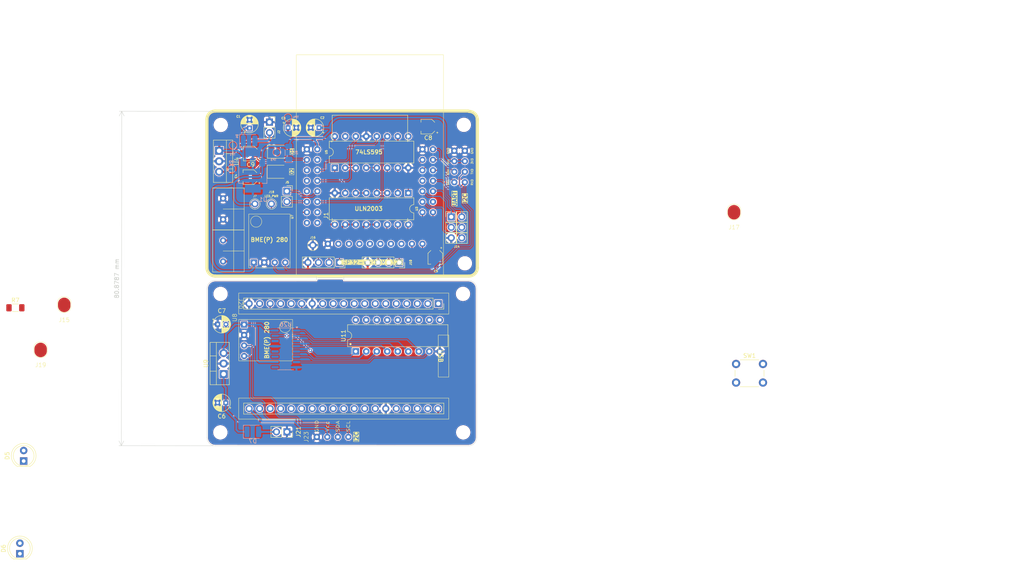
<source format=kicad_pcb>
(kicad_pcb (version 20240108) (generator "pcbnew") (generator_version "8.0")
  (layers (0 "F.Cu" signal) (31 "B.Cu" signal) (34 "B.Paste" user) (35 "F.Paste" user) (36 "B.SilkS" user "B.Silkscreen") (37 "F.SilkS" user "F.Silkscreen") (38 "B.Mask" user) (39 "F.Mask" user) (44 "Edge.Cuts" user))
  (net 0 "")
  (net 1 "GND")
  (net 2 "+3V3")
  (net 3 "+5V")
  (net 4 "/RXD")
  (net 5 "/TXD")
  (net 6 "/SDA")
  (net 7 "/GPIO_33")
  (net 8 "/SCL")
  (net 9 "/OUT3")
  (net 10 "/EN")
  (net 11 "/SOURCE2")
  (net 12 "/SOURCE1")
  (net 13 "/SOURCE3")
  (net 14 "/VDC")
  (net 15 "/DAC1")
  (net 16 "/DAC2")
  (net 17 "/GPIO39")
  (net 18 "/GPIO19")
  (net 19 "/GPIO17")
  (net 20 "/GPIO5")
  (net 21 "/GPIO18")
  (net 22 "/SD_DATA0")
  (net 23 "/ADC2_CH3")
  (net 24 "/SD_DATA3")
  (net 25 "/SD_CMD")
  (net 26 "/SD_CLK")
  (net 27 "/SD_DATA2")
  (net 28 "/SD_DATA1")
  (net 29 "/ADC2_CH0")
  (net 30 "/GPIO23")
  (net 31 "/GPIO36")
  (net 32 "/ADC2_CH2")
  (net 33 "/BOOT")
  (net 34 "/GPIO13")
  (net 35 "/SOURCE4")
  (net 36 "/SOURCE5")
  (net 37 "/SIPO_DATA")
  (net 38 "/SIPO_CLK")
  (net 40 "/SIPO_LATCH")
  (net 41 "/GPIO14")
  (net 43 "/I3")
  (net 44 "/I6")
  (net 45 "/I7")
  (net 46 "/I5")
  (net 47 "/OUT1")
  (net 48 "/VIN")
  (net 49 "/I1")
  (net 52 "Net-(D5-Pad1)")
  (net 53 "Net-(J15-Pin_1)")
  (net 54 "Net-(J19-Pin_1)")
  (net 55 "/OUT2")
  (net 67 "/RX")
  (net 72 "/TX")
  (net 87 "/SCL-2")
  (net 88 "/SDA-2")
  (net 89 "/SIPO_CLK-2")
  (net 91 "/SIPO_DATA-2")
  (net 92 "/SIPO_LATCH-2")
  (net 101 "/QB-2")
  (net 102 "/QC-2")
  (net 103 "/QE-2")
  (net 104 "/QA-2")
  (net 105 "/QD-2")
  (net 106 "/QG-2")
  (net 107 "/QH-2")
  (net 108 "/QF-2")
  (footprint "Capacitor_THT:CP_Radial_D4.0mm_P2.00mm" (layer "F.Cu") (at 107 44.2 180)
    (property "Reference" "C2")
    (property "Value" "1uF")
  )
  (footprint "LED_SMD:LED_1210_3225Metric_Pad1.42x2.65mm_HandSolder" (layer "F.Cu") (at 96.9525 54.85)
    (property "Reference" "D2")
    (property "Value" "STATUS")
  )
  (footprint "Capacitor_SMD:CP_Elec_3x5.3" (layer "F.Cu") (at 90.4 56.15 180)
    (property "Reference" "C4")
    (property "Value" "0.1uF")
  )
  (footprint "Resistor_SMD:R_1206_3216Metric_Pad1.30x1.75mm_HandSolder" (layer "F.Cu") (at 33.612 87.7585)
    (property "Reference" "R7")
    (property "Value" "4K7")
  )
  (footprint "LED_THT:LED_D5.0mm" (layer "F.Cu") (at 34.7 147.25 90)
    (property "Reference" "D6")
    (property "Value" "LED_STATUS")
  )
  (footprint "Button_Switch_THT:SW_PUSH_6mm" (layer "F.Cu") (at 207.8 101.35)
    (property "Reference" "SW1")
    (property "Value" "SW_Push")
  )
  (footprint "Alexander Footprint Library:Pad_1x01_P2.54_SMD" (layer "F.Cu") (at 39.712 102.098)
    (property "Reference" "J19")
    (property "Value" "LED_PWR")
  )
  (footprint "Alexanddr Footprints Library:ESP32-WROOM-Adapter-Socket-2" (layer "F.Cu") (at 119.3 57.04)
    (property "Reference" "J1")
    (property "Value" "~")
  )
  (footprint "Alexander Footprint Library:Pad_1x01_P2.54_SMD" (layer "F.Cu") (at 45.412 91.198)
    (property "Reference" "J15")
    (property "Value" "LED_PWR")
  )
  (footprint "MountingHole:MountingHole_3mm" (layer "F.Cu") (at 142 43.5)
    (property "Reference" "H1" (hide yes))
    (property "Value" "MountingHole_Pad")
  )
  (footprint "Connector_PinSocket_2.54mm:PinSocket_1x02_P2.54mm_Vertical" (layer "F.Cu") (at 99.25 117.775 -90)
    (property "Reference" "J21")
    (property "Value" "PWR")
  )
  (footprint "MountingHole:MountingHole_3mm" (layer "F.Cu") (at 83.25 43.53)
    (property "Reference" "H2" (hide yes))
    (property "Value" "MountingHole_Pad")
  )
  (footprint "Package_DIP:DIP-16_W7.62mm" (layer "F.Cu") (at 128.58 60 -90)
    (property "Reference" "U3")
    (property "Value" "ULN2003")
  )
  (footprint "Alexander Footprints Library:Conn_Terminal_5mm" (layer "F.Cu") (at 83.82 53.69)
    (property "Reference" "J9" (hide yes))
    (property "Value" "Conn_01x02_Socket")
  )
  (footprint "Alexander Footprint Library:Pad_1x01_P2.54_SMD" (layer "F.Cu") (at 207.3 68.7895)
    (property "Reference" "J17")
    (property "Value" "GND")
  )
  (footprint "MountingHole:MountingHole_3mm" (layer "F.Cu") (at 141.85 117.9)
    (property "Reference" "H4" (hide yes))
    (property "Value" "MountingHole_Pad")
  )
  (footprint "Capacitor_THT:CP_Radial_D4.0mm_P2.00mm" (layer "F.Cu") (at 82.5 91.75)
    (property "Reference" "C7")
    (property "Value" "1uF")
  )
  (footprint "Capacitor_SMD:CP_Elec_3x5.3" (layer "F.Cu") (at 90.5 50.45 180)
    (property "Reference" "C9")
    (property "Value" "0.1uF")
  )
  (footprint "Package_DIP:DIP-16_W7.62mm" (layer "F.Cu") (at 110.8 53.9 90)
    (property "Reference" "U5")
    (property "Value" "74LS595")
  )
  (footprint "Alexander Footprint Library:PinSocket_1x01_P2.54" (layer "F.Cu") (at 91.5 65.19)
    (property "Reference" "J7")
    (property "Value" "LED_PWR")
  )
  (footprint "Connector_PinSocket_2.54mm:PinSocket_1x02_P2.54mm_Vertical" (layer "F.Cu") (at 95.025 42.85)
    (property "Reference" "J2")
    (property "Value" "PWR")
  )
  (footprint "Connector_PinSocket_2.54mm:PinSocket_1x04_P2.54mm_Vertical" (layer "F.Cu") (at 111.94 76.8 -90)
    (property "Reference" "J6")
    (property "Value" "SOURCE")
  )
  (footprint "MountingHole:MountingHole_3mm" (layer "F.Cu") (at 83.15 117.9)
    (property "Reference" "H4" (hide yes))
    (property "Value" "MountingHole_Pad")
  )
  (footprint "Connector_PinSocket_2.54mm:PinSocket_1x04_P2.54mm_Vertical" (layer "F.Cu") (at 126.38 76.8 -90)
    (property "Reference" "J10")
    (property "Value" "ADC")
  )
  (footprint "PCM_Package_DIP_AKL:DIP-18_W7.62mm" (layer "F.Cu") (at 115.87 98.32 90)
    (property "Reference" "U11")
    (property "Value" "ULN2801A" (hide yes))
  )
  (footprint "Capacitor_SMD:CP_Elec_3x5.3" (layer "F.Cu") (at 135.1 75.45 -90)
    (property "Reference" "C5")
    (property "Value" "0.1uF")
  )
  (footprint "MountingHole:MountingHole_3mm" (layer "F.Cu") (at 141.8 84.4)
    (property "Reference" "H4" (hide yes))
    (property "Value" "MountingHole_Pad")
  )
  (footprint "Capacitor_THT:CP_Radial_D4.0mm_P2.00mm" (layer "F.Cu") (at 99.5 44.2)
    (property "Reference" "C3")
    (property "Value" "1uF")
  )
  (footprint "Capacitor_SMD:CP_Elec_3x5.3" (layer "F.Cu") (at 133.4 43.95 180)
    (property "Reference" "C8")
    (property "Value" "10uF")
  )
  (footprint "Alexander Footprint Library:LD1117" (layer "F.Cu") (at 83.945 103.79 90)
    (property "Reference" "U9")
    (property "Value" "L7805")
  )
  (footprint "Alexander Footprint Library:PinSocket_1x01_P2.54" (layer "F.Cu") (at 95.5 65.19)
    (property "Reference" "J18")
    (property "Value" "LED_PWR")
  )
  (footprint "Alexander Footprint Library:Conn_I2C" (layer "F.Cu") (at 98.84 119 90)
    (property "Reference" "J23")
    (property "Value" "I2C")
  )
  (footprint "Capacitor_THT:CP_Radial_D4.0mm_P2.00mm" (layer "F.Cu") (at 84.4726 110.75 180)
    (property "Reference" "C6")
    (property "Value" "1uF")
  )
  (footprint "Alexander Footprint Library:Conn_ESP32_WROOM-DevKit-38pins" (layer "F.Cu") (at 87.57 86.75 -90)
    (property "Reference" "J20")
    (property "Value" "~")
  )
  (footprint "MountingHole:MountingHole_3mm" (layer "F.Cu") (at 83.2 84.4)
    (property "Reference" "H4" (hide yes))
    (property "Value" "MountingHole_Pad")
  )
  (footprint "Connector_PinSocket_2.54mm:PinSocket_1x02_P2.54mm_Vertical" (layer "F.Cu") (at 99.225 59.55)
    (property "Reference" "J5")
    (property "Value" "DAC")
  )
  (footprint "Alexander Footprint Library:CONN_2x3" (layer "F.Cu") (at 138.96 60.68)
    (property "Reference" "J14")
    (property "Value" "GPIO")
  )
  (footprint "Alexander Footprints Library:Conn_UART" (layer "F.Cu") (at 139.7 42.15)
    (property "Reference" "J3" (hide yes))
    (property "Value" "UART")
  )
  (footprint "Alexander Footprint Library:PinSocket_1x01_P2.54" (layer "F.Cu") (at 105.5 75.19)
    (property "Reference" "J16")
    (property "Value" "GND")
  )
  (footprint "Capacitor_THT:CP_Radial_D4.0mm_P2.00mm" (layer "F.Cu") (at 90.2 44.3 90)
    (property "Reference" "C1")
    (property "Value" "1uF")
  )
  (footprint "Alexander Footprint Library:BME280_BMP280_I2C" (layer "F.Cu") (at 90 78.1 90)
    (property "Reference" "U7")
    (property "Value" "BME(P)280")
  )
  (footprint "Alexander Footprint Library:LD1117" (layer "F.Cu") (at 82.855 49.77 -90)
    (property "Reference" "U4")
    (property "Value" "L7805")
  )
  (footprint "Alexander Footprints Library:Conn_I2C" (layer "F.Cu") (at 142.24 42.15)
    (property "Reference" "J4" (hide yes))
    (property "Value" "I2C")
  )
  (footprint "LED_THT:LED_D5.0mm" (layer "F.Cu") (at 35.612 124.8335 90)
    (property "Reference" "D5")
    (property "Value" "LED_PWR")
  )
  (footprint "Alexander Footprint Library:BME280_BMP280_I2C" (layer "F.Cu") (at 87.6 90.59)
    (property "Reference" "U8")
    (property "Value" "BME(P)280")
  )
  (footprint "LED_SMD:LED_1210_3225Metric_Pad1.42x2.65mm_HandSolder" (layer "F.Cu") (at 97 50)
    (property "Reference" "D1")
    (property "Value" "PWR")
  )
  (footprint "MountingHole:MountingHole_3mm" (layer "F.Cu") (at 142.25 77)
    (property "Reference" "H4" (hide yes))
    (property "Value" "MountingHole_Pad")
  )
  (footprint "Alexander Footprints Library:Conn_Terminal_5mm" (layer "F.Cu") (at 83.82 63.85)
    (property "Reference" "J8" (hide yes))
    (property "Value" "Conn_01x02_Socket")
  )
  (footprint "TestPoint:TestPoint_Pad_D1.5mm" (layer "B.Cu") (at 99.5 41.75 180)
    (property "Reference" "TP4")
    (property "Value" "5V")
  )
  (footprint "TestPoint:TestPoint_Pad_D1.5mm" (layer "B.Cu") (at 96.8 50.15 180)
    (property "Reference" "TP3")
    (property "Value" "3V3")
  )
  (footprint "Package_SO:SO-16_3.9x9.9mm_P1.27mm" (layer "B.Cu") (at 98.95 97.7 180)
    (property "Reference" "U26")
    (property "Value" "74LS595")
  )
  (footprint "Diode_SMD:D_1210_3225Metric" (layer "B.Cu") (at 91 117.75)
    (property "Reference" "D7")
    (property "Value" "D")
  )
  (footprint "Resistor_SMD:R_1206_3216Metric_Pad1.30x1.75mm_HandSolder" (layer "B.Cu") (at 99.7 50.25 -90)
    (property "Reference" "R1")
    (property "Value" "10K")
  )
  (footprint "Diode_SMD:D_1210_3225Metric" (layer "B.Cu") (at 90.1 47.4)
    (property "Reference" "D4")
    (property "Value" "D")
  )
  (footprint "TestPoint:TestPoint_Pad_D1.5mm" (layer "B.Cu") (at 86.2 48.45 180)
    (property "Reference" "TP1")
    (property "Value" "VIN")
  )
  (footprint "TestPoint:TestPoint_Pad_D1.5mm" (layer "B.Cu") (at 85.9 54.15 180)
    (property "Reference" "TP2")
    (property "Value" "GND")
  )
  (footprint "Package_TO_SOT_SMD:SOT-223-3_TabPin2" (layer "B.Cu") (at 91 55.75 -90)
    (property "Reference" "U1")
    (property "Value" "MAX1726EUK33")
  )
  (gr_line (start 145.25 42.11421) (end 145.25 78.085782) (stroke (width 0.75)) (layer "F.SilkS"))
  (gr_line (start 81.914218 40.164218) (end 143.08579 40.164218) (stroke (width 0.75)) (layer "F.SilkS"))
  (gr_arc (start 145.25 78.085782) (mid 144.66422 79.500007) (end 143.25 80.085782) (stroke (width 0.75)) (layer "F.SilkS"))
  (gr_line (start 79.914218 42.11421) (end 79.914218 78.085782) (stroke (width 0.75)) (layer "F.SilkS"))
  (gr_arc (start 81.914218 80.085782) (mid 80.499999 79.500001) (end 79.914218 78.085782) (stroke (width 0.75)) (layer "F.SilkS"))
  (gr_arc (start 143.25 40.25) (mid 144.664214 40.835786) (end 145.25 42.25) (stroke (width 0.75)) (layer "F.SilkS"))
  (gr_arc (start 79.914218 42.164218) (mid 80.499999 40.749999) (end 81.914218 40.164218) (stroke (width 0.75)) (layer "F.SilkS"))
  (gr_line (start 81.914214 80.085782) (end 143.085786 80.085782) (stroke (width 0.75)) (layer "F.SilkS"))
  (gr_line (start 82.014214 80.235786) (end 106.4 80.25) (stroke (width 0.1)) (layer "Edge.Cuts"))
  (gr_line (start 80 42.25) (end 80.014214 78.235786) (stroke (width 0.1)) (layer "Edge.Cuts"))
  (gr_arc (start 79.921321 83.157107) (mid 80.507106 81.742896) (end 81.921321 81.157107) (stroke (width 0.1)) (layer "Edge.Cuts"))
  (gr_line (start 81.921321 121.128679) (end 143.107107 121.142893) (stroke (width 0.1)) (layer "Edge.Cuts"))
  (gr_arc (start 81.921321 121.128679) (mid 80.507101 120.542899) (end 79.921321 119.128679) (stroke (width 0.1)) (layer "Edge.Cuts"))
  (gr_line (start 143.092893 81.157107) (end 113 81.15) (stroke (width 0.1)) (layer "Edge.Cuts"))
  (gr_arc (start 145.107107 119.142893) (mid 144.521321 120.557107) (end 143.107107 121.142893) (stroke (width 0.1)) (layer "Edge.Cuts"))
  (gr_line (start 106.4 81.15) (end 81.921321 81.157107) (stroke (width 0.1)) (layer "Edge.Cuts"))
  (gr_arc (start 143.185786 40.264214) (mid 144.600004 40.849996) (end 145.185786 42.264214) (stroke (width 0.1)) (layer "Edge.Cuts"))
  (gr_line (start 113 80.25) (end 143.185786 80.235786) (stroke (width 0.1)) (layer "Edge.Cuts"))
  (gr_arc (start 82.014214 80.235786) (mid 80.599996 79.650004) (end 80.014214 78.235786) (stroke (width 0.1)) (layer "Edge.Cuts"))
  (gr_line (start 145.185786 42.264214) (end 145.185786 78.235786) (stroke (width 0.1)) (layer "Edge.Cuts"))
  (gr_arc (start 80 42.25) (mid 80.585786 40.835786) (end 82 40.25) (stroke (width 0.1)) (layer "Edge.Cuts"))
  (gr_line (start 145.107107 119.142893) (end 145.092893 83.157107) (stroke (width 0.1)) (layer "Edge.Cuts"))
  (gr_line (start 79.921321 119.128679) (end 79.921321 83.157107) (stroke (width 0.1)) (layer "Edge.Cuts"))
  (gr_line (start 106.4 81.15) (end 106.4 80.25) (stroke (width 0.1)) (layer "Edge.Cuts"))
  (gr_arc (start 145.185786 78.235786) (mid 144.600004 79.650004) (end 143.185786 80.235786) (stroke (width 0.1)) (layer "Edge.Cuts"))
  (gr_arc (start 143.092893 81.157107) (mid 144.507112 81.742888) (end 145.092893 83.157107) (stroke (width 0.1)) (layer "Edge.Cuts"))
  (gr_line (start 113 81.15) (end 113 80.25) (stroke (width 0.1)) (layer "Edge.Cuts"))
  (gr_line (start 143.185786 40.264214) (end 82 40.25) (stroke (width 0.1)) (layer "Edge.Cuts"))
  (gr_text "74LS595" (at 119.057143 50.1 0) (layer "F.SilkS") (effects (font (size 1 1) (thickness 0.2) (bold yes))))
  (gr_text "ULN2003" (at 115.5 64.374 0) (layer "F.SilkS") (effects (font (size 1 1) (thickness 0.2) (bold yes)) (justify left bottom)))
  (dimension (type aligned) (layer "Edge.Cuts") (pts (xy 81.921321 121.128679) (xy 82 40.25)) (height -22.6907) (gr_text "80.8787 mm" (at 58.119973 80.666146 89.94426182) (layer "Edge.Cuts") (effects (font (size 1 1) (thickness 0.15)))) (format (prefix "") (suffix "") (units 3) (units_format 1) (precision 4)) (style (thickness 0.1) (arrow_length 1.27) (text_position_mode 0) (extension_height 0.58642) (extension_offset 0.5) keep_text_aligned))
  (segment (start 84.21 66) (end 83.82 66.39) (width 0.5) (layer "F.Cu") (net 1))
  (segment (start 101.5 48.103553) (end 101.5 49.573223) (width 0.25) (layer "F.Cu") (net 2))
  (segment (start 105.575735 47.25) (end 102.353553 47.25) (width 0.25) (layer "F.Cu") (net 2))
  (segment (start 92.5 52.15) (end 97.8 52.15) (width 0.25) (layer "F.Cu") (net 2))
  (segment (start 106.6 48.274264) (end 106.6 49.42) (width 0.25) (layer "F.Cu") (net 2))
  (segment (start 92 50.45) (end 92 51.65) (width 0.25) (layer "F.Cu") (net 2))
  (segment (start 97.8 52.15) (end 98.4875 51.4625) (width 0.25) (layer "F.Cu") (net 2))
  (segment (start 92 51.65) (end 92.5 52.15) (width 0.25) (layer "F.Cu") (net 2))
  (segment (start 98.4875 51.4625) (end 98.4875 50) (width 0.25) (layer "F.Cu") (net 2))
  (segment (start 101.073223 50) (end 98.4875 50) (width 0.25) (layer "F.Cu") (net 2))
  (segment (start 139.08 52.31) (end 139.7 52.31) (width 0.5) (layer "F.Cu") (net 2))
  (arc (start 106.3 47.55) (mid 105.967704 47.327967) (end 105.575735 47.25) (width 0.25) (layer "F.Cu") (net 2))
  (arc (start 101.5 49.573223) (mid 101.467513 49.736543) (end 101.375 49.875) (width 0.25) (layer "F.Cu") (net 2))
  (arc (start 102.353553 47.25) (mid 102.026912 47.314972) (end 101.75 47.5) (width 0.25) (layer "F.Cu") (net 2))
  (arc (start 106.3 47.55) (mid 106.522032 47.882295) (end 106.6 48.274264) (width 0.25) (layer "F.Cu") (net 2))
  (arc (start 101.75 47.5) (mid 101.564972 47.776912) (end 101.5 48.103553) (width 0.25) (layer "F.Cu") (net 2))
  (arc (start 101.375 49.875) (mid 101.236543 49.967513) (end 101.073223 50) (width 0.25) (layer "F.Cu") (net 2))
  (segment (start 96.075 48.7) (end 97.525 48.7) (width 0.5) (layer "B.Cu") (net 2))
  (segment (start 109.408578 44.2) (end 107 44.2) (width 0.5) (layer "B.Cu") (net 2))
  (segment (start 93.21 115.25) (end 101 115.25) (width 0.5) (layer "B.Cu") (net 2))
  (segment (start 81.3 75.997918) (end 81.3 59.75104) (width 0.5) (layer "B.Cu") (net 2))
  (segment (start 93.3 54.905025) (end 93.3 52.6) (width 0.5) (layer "B.Cu") (net 2))
  (segment (start 100 48.7) (end 100 48.03033) (width 0.5) (layer "B.Cu") (net 2))
  (segment (start 139.13 52.31) (end 139.7 52.31) (width 0.5) (layer "B.Cu") (net 2))
  (segment (start 138.156949 51.906949) (end 138.03 51.78) (width 0.5) (layer "B.Cu") (net 2))
  (segment (start 109 117.5) (end 109 119) (width 0.5) (layer "B.Cu") (net 2))
  (segment (start 106.6 48.627817) (end 106.6 49.299791) (width 0.5) (layer "B.Cu") (net 2))
  (segment (start 84.202081 78.9) (end 89.990883 78.9) (width 0.5) (layer "B.Cu") (net 2))
  (segment (start 109.75 45) (end 109.75 44.141421) (width 0.5) (layer "B.Cu") (net 2))
  (segment (start 109.75 43.858578) (end 109.75 44.141421) (width 0.5) (layer "B.Cu") (net 2))
  (segment (start 104.722182 46.75) (end 106.277817 46.75) (width 0.5) (layer "B.Cu") (net 2))
  (segment (start 139.7 52.31) (end 142.24 52.31) (width 0.5) (layer "B.Cu") (net 2))
  (segment (start 137.5 50.500466) (end 137.5 43.883883) (width 0.5) (layer "B.Cu") (net 2))
  (segment (start 88.207106 62.75) (end 91.5 62.75) (width 0.5) (layer "B.Cu") (net 2))
  (segment (start 86.5 61.042893) (end 86.5 57.5) (width 0.5) (layer "B.Cu") (net 2))
  (segment (start 106.277817 46.75) (end 108 46.75) (width 0.5) (layer "B.Cu") (net 2))
  (segment (start 101 115.25) (end 102.5 116.75) (width 0.5) (layer "B.Cu") (net 2))
  (segment (start 91.22 77.670883) (end 91.22 76.8) (width 0.5) (layer "B.Cu") (net 2))
  (segment (start 89.455634 56.1) (end 92.105025 56.1) (width 0.5) (layer "B.Cu") (net 2))
  (segment (start 96.075 48.7) (end 95.177817 48.7) (width 0.5) (layer "B.Cu") (net 2))
  (segment (start 90.11 112.15) (end 93.21 115.25) (width 0.5) (layer "B.Cu") (net 2))
  (segment (start 108.25 116.75) (end 109 117.5) (width 0.5) (layer "B.Cu") (net 2))
  (segment (start 104.722182 46.75) (end 101.28033 46.75) (width 0.5) (layer "B.Cu") (net 2))
  (segment (start 108 46.75) (end 109.75 45) (width 0.5) (layer "B.Cu") (net 2))
  (segment (start 96.8 49.425) (end 96.8 50.15) (width 0.25) (layer "B.Cu") (net 2))
  (segment (start 109.75 43.625) (end 109.75 43.858578) (width 0.5) (layer "B.Cu") (net 2))
  (segment (start 110.015165 42.984834) (end 110.5 42.5) (width 0.5) (layer "B.Cu") (net 2))
  (segment (start 93.3 52.6) (end 93.3 50.577817) (width 0.5) (layer "B.Cu") (net 2))
  (segment (start 82.75104 58.3) (end 84.144365 58.3) (width 0.5) (layer "B.Cu") (net 2))
  (segment (start 106.685 49.335) (end 106.77 49.25) (width 0.5) (layer "B.Cu") (net 2))
  (segment (start 102.5 116.75) (end 108.25 116.75) (width 0.5) (layer "B.Cu") (net 2))
  (segment (start 112.31066 41.75) (end 135.366116 41.75) (width 0.5) (layer "B.Cu") (net 2))
  (segment (start 100 48.7) (end 97.525 48.7) (width 0.5) (layer "B.Cu") (net 2))
  (arc (start 136.875 42.375) (mid 137.337567 43.067281) (end 137.5 43.883883) (width 0.5) (layer "B.Cu") (net 2))
  (arc (start 137.5 50.500466) (mid 137.637742 51.192944) (end 138.03 51.78) (width 0.5) (layer "B.Cu") (net 2))
  (arc (start 93.3 54.905025) (mid 93.209037 55.362322) (end 92.95 55.75) (width 0.5) (layer "B.Cu") (net 2))
  (arc (start 86.8 57.2) (mid 85.581584 58.014119) (end 84.144365 58.3) (width 0.5) (layer "B.Cu") (net 2))
  (arc (start 106.6 49.299791) (mid 106.630737 49.345793) (end 106.685 49.335) (width 0.5) (layer "B.Cu") (net 2))
  (arc (start 89.455634 56.1) (mid 88.018415 56.38588) (end 86.8 57.2) (width 0.5) (layer "B.Cu") (net 2))
  (arc (start 86.5 61.042893) (mid 86.629945 61.696174) (end 87 62.25) (width 0.5) (layer "B.Cu") (net 2))
  (arc (start 82.75104 58.3) (mid 82.195751 58.410453) (end 81.725 58.725) (width 0.5) (layer "B.Cu") (net 2))
  (arc (start 92.95 55.75) (mid 92.562322 56.009037) (end 92.105025 56.1) (width 0.5) (layer "B.Cu") (net 2))
  (arc (start 95.177817 48.7) (mid 94.459207 48.84294) (end 93.85 49.25) (width 0.5) (layer "B.Cu") (net 2))
  (arc (start 96.8 49.425) (mid 96.587652 48.912347) (end 96.075 48.7) (width 0.25) (layer "B.Cu") (net 2))
  (arc (start 82.15 78.05) (mid 83.091502 78.679092) (end 84.202081 78.9) (width 0.5) (layer "B.Cu") (net 2))
  (arc (start 110.015165 42.984834) (mid 109.818914 43.278544) (end 109.75 43.625) (width 0.5) (layer "B.Cu") (net 2))
  (arc (start 109.75 44.141421) (mid 109.713838 44.087301) (end 109.65 44.1) (width 0.5) (layer "B.Cu") (net 2))
  (arc (start 136.875 42.375) (mid 136.182718 41.912432) (end 135.366116 41.75) (width 0.5) (layer "B.Cu") (net 2))
  (arc (start 93.85 49.25) (mid 93.44294 49.859207) (end 93.3 50.577817) (width 0.5) (layer "B.Cu") (net 2))
  (arc (start 90.86 78.54) (mid 90.461245 78.806439) (end 89.990883 78.9) (width 0.5) (layer "B.Cu") (net 2))
  (arc (start 109.65 44.1) (mid 109.539234 44.17401) (end 109.408578 44.2) (width 0.5) (layer "B.Cu") (net 2))
  (arc (start 87 62.25) (mid 87.553825 62.620054) (end 88.207106 62.75) (width 0.5) (layer "B.Cu") (net 2))
  (arc (start 81.725 58.725) (mid 81.410453 59.195751) (end 81.3 59.75104) (width 0.5) (layer "B.Cu") (net 2))
  (arc (start 106.05 47.3) (mid 105.440792 46.89294) (end 104.722182 46.75) (width 0.5) (layer "B.Cu") (net 2))
  (arc (start 138.156949 51.906949) (mid 138.603388 52.20525) (end 139.13 52.31) (width 0.5) (layer "B.Cu") (net 2))
  (arc (start 101.28033 46.75) (mid 100.790368 46.847459) (end 100.375 47.125) (width 0.5) (layer "B.Cu") (net 2))
  (arc (start 106.05 47.3) (mid 106.457059 47.909207) (end 106.6 48.627817) (width 0.5) (layer "B.Cu") (net 2))
  (arc (start 106.277817 46.75) (mid 105.980159 46.948888) (end 106.05 47.3) (width 0.5) (layer "B.Cu") (net 2))
  (arc (start 91.22 77.670883) (mid 91.126439 78.141245) (end 90.86 78.54) (width 0.5) (layer "B.Cu") (net 2))
  (arc (start 109.65 44.1) (mid 109.72401 43.989234) (end 109.75 43.858578) (width 0.5) (layer "B.Cu") (net 2))
  (arc (start 112.31066 41.75) (mid 111.330737 41.944918) (end 110.5 42.5) (width 0.5) (layer "B.Cu") (net 2))
  (arc (start 100.375 47.125) (mid 100.097459 47.540368) (end 100 48.03033) (width 0.5) (layer "B.Cu") (net 2))
  (arc (start 81.3 75.997918) (mid 81.520907 77.108496) (end 82.15 78.05) (width 0.5) (layer "B.Cu") (net 2))
  (segment (start 99.5 45.693413) (end 99.5 44.2) (width 0.5) (layer "F.Cu") (net 3))
  (segment (start 87.75 115.25) (end 135.25 115.25) (width 0.5) (layer "F.Cu") (net 3))
  (segment (start 98.6375 46.9625) (end 99.2125 46.3875) (width 0.5) (layer "F.Cu") (net 3))
  (segment (start 83.945 98.71) (end 86.21 98.71) (width 0.5) (layer "F.Cu") (net 3))
  (segment (start 86.75 99.25) (end 86.75 100) (width 0.5) (layer "F.Cu") (net 3))
  (segment (start 126.04 46.28) (end 126.04 48.251906) (width 0.5) (layer "F.Cu") (net 3))
  (segment (start 108.3 49.803553) (end 108.3 65.537329) (width 0.5) (layer "F.Cu") (net 3))
  (segment (start 84.648959 54.85) (end 82.855 54.85) (width 0.5) (layer "F.Cu") (net 3))
  (segment (start 108.3 49.803553) (end 108.3 49.096446) (width 0.5) (layer "F.Cu") (net 3))
  (segment (start 91.306675 47.25) (end 97.943413 47.25) (width 0.5) (layer "F.Cu") (net 3))
  (segment (start 135.81 114.69) (end 135.81 112.15) (width 0.5) (layer "F.Cu") (net 3))
  (segment (start 110.8 46.28) (end 110.8 48.15) (width 0.5) (layer "F.Cu") (net 3))
  (segment (start 86.1 52.15) (end 86.1 53.398959) (width 0.5) (layer "F.Cu") (net 3))
  (segment (start 86.75 114.25) (end 87.75 115.25) (width 0.5) (layer "F.Cu") (net 3))
  (segment (start 86.75 100) (end 86.75 114.25) (width 0.5) (layer "F.Cu") (net 3))
  (segment (start 110.8 48.15) (end 110 48.95) (width 0.5) (layer "F.Cu") (net 3))
  (segment (start 126.04 48.251906) (end 125.341906 48.95) (width 0.5) (layer "F.Cu") (net 3))
  (segment (start 107.608621 46.675) (end 99.331586 46.675) (width 0.5) (layer "F.Cu") (net 3))
  (segment (start 110 48.95) (end 109.153553 48.95) (width 0.5) (layer "F.Cu") (net 3))
  (segment (start 86.21 98.71) (end 86.75 99.25) (width 0.5) (layer "F.Cu") (net 3))
  (segment (start 108.3 49.096446) (end 108.3 47.366378) (width 0.5) (layer "F.Cu") (net 3))
  (segment (start 109.104574 67.204574) (end 108.91 67.01) (width 0.5) (layer "F.Cu") (net 3))
  (segment (start 110.8 46.355) (end 110.725 46.28) (width 0.5) (layer "F.Cu") (net 3))
  (segment (start 135.25 115.25) (end 135.81 114.69) (width 0.5) (layer "F.Cu") (net 3))
  (segment (start 110.1075 67.62) (end 110.695 67.62) (width 0.5) (layer "F.Cu") (net 3))
  (segment (start 87.408147 48.991852) (end 87.625 48.775) (width 0.5) (layer "F.Cu") (net 3))
  (segment (start 125.341906 48.95) (end 110 48.95) (width 0.5) (layer "F.Cu") (net 3))
  (arc (start 108.0975 46.8775) (mid 108.247371 47.101799) (end 108.3 47.366378) (width 0.5) (layer "F.Cu") (net 3))
  (arc (start 108.3 65.537329) (mid 108.458533 66.334332) (end 108.91 67.01) (width 0.5) (layer "F.Cu") (net 3))
  (arc (start 99.2125 46.3875) (mid 99.175992 46.571035) (end 99.331586 46.675) (width 0.5) (layer "F.Cu") (net 3))
  (arc (start 108.0975 46.8775) (mid 107.8732 46.727628) (end 107.608621 46.675) (width 0.5) (layer "F.Cu") (net 3))
  (arc (start 86.1 53.398959) (mid 85.989546 53.954248) (end 85.675 54.425) (width 0.5) (layer "F.Cu") (net 3))
  (arc (start 109.104574 67.204574) (mid 109.56472 67.512034) (end 110.1075 67.62) (width 0.5) (layer "F.Cu") (net 3))
  (arc (start 108.55 49.2) (mid 108.364972 49.476912) (end 108.3 49.803553) (width 0.5) (layer "F.Cu") (net 3))
  (arc (start 87.408147 48.991852) (mid 86.439976 50.440822) (end 86.1 52.15) (width 0.5) (layer "F.Cu") (net 3))
  (arc (start 85.675 54.425) (mid 85.204248 54.739546) (end 84.648959 54.85) (width 0.5) (layer "F.Cu") (net 3))
  (arc (start 98.6375 46.9625) (mid 98.31905 47.175281) (end 97.943413 47.25) (width 0.5) (layer "F.Cu") (net 3))
  (arc (start 108.3 49.096446) (mid 108.390403 49.231745) (end 108.55 49.2) (width 0.5) (layer "F.Cu") (net 3))
  (arc (start 91.306675 47.25) (mid 89.314166 47.646334) (end 87.625 48.775) (width 0.5) (layer "F.Cu") (net 3))
  (arc (start 99.331586 46.675) (mid 98.955949 46.749718) (end 98.6375 46.9625) (width 0.5) (layer "F.Cu") (net 3))
  (arc (start 109.153553 48.95) (mid 108.826912 49.014972) (end 108.55 49.2) (width 0.5) (layer "F.Cu") (net 3))
  (arc (start 99.5 45.693413) (mid 99.425281 46.06905) (end 99.2125 46.3875) (width 0.5) (layer "F.Cu") (net 3))
  (segment (start 83.945 97.305) (end 84.5 96.75) (width 0.5) (layer "B.Cu") (net 3))
  (segment (start 84.5 94.05) (end 84.5 91.75) (width 0.5) (layer "B.Cu") (net 3))
  (segment (start 88.9 91.81) (end 86.74 91.81) (width 0.5) (layer "B.Cu") (net 3))
  (segment (start 83.945 98.71) (end 83.945 97.305) (width 0.5) (layer "B.Cu") (net 3))
  (segment (start 96.375 100.875) (end 92.575 100.875) (width 0.5) (layer "B.Cu") (net 3))
  (segment (start 92.96 91.81) (end 91.25 91.81) (width 0.5) (layer "B.Cu") (net 3))
  (segment (start 86.74 91.81) (end 84.5 94.05) (width 0.5) (layer "B.Cu") (net 3))
  (segment (start 92 92.56) (end 91.25 91.81) (width 0.5) (layer "B.Cu") (net 3))
  (segment (start 94.405 93.255) (end 92.96 91.81) (width 0.5) (layer "B.Cu") (net 3))
  (segment (start 91.25 91.81) (end 88.9 91.81) (width 0.5) (layer "B.Cu") (net 3))
  (segment (start 92 100.3) (end 92 92.56) (width 0.5) (layer "B.Cu") (net 3))
  (segment (start 84.5 96.75) (end 84.5 94.05) (width 0.5) (layer "B.Cu") (net 3))
  (segment (start 92.575 100.875) (end 92 100.3) (width 0.5) (layer "B.Cu") (net 3))
  (segment (start 99.5 42.25) (end 99.5 44.2) (width 0.25) (layer "B.Cu") (net 3))
  (segment (start 96.375 93.255) (end 94.405 93.255) (width 0.5) (layer "B.Cu") (net 3))
  (segment (start 139.7 57.35) (end 139.7 57.39) (width 0.25) (layer "F.Cu") (net 4))
  (segment (start 133.25 53.25) (end 135.6 53.25) (width 0.25) (layer "F.Cu") (net 4))
  (segment (start 135.6 53.25) (end 139.7 57.35) (width 0.25) (layer "F.Cu") (net 4))
  (segment (start 132 54.5) (end 133.25 53.25) (width 0.25) (layer "F.Cu") (net 4))
  (segment (start 140.3 57.45) (end 139.3 57.45) (width 0.25) (layer "F.Cu") (net 4))
  (segment (start 136.61 51.96) (end 134.54 51.96) (width 0.25) (layer "F.Cu") (net 5))
  (segment (start 134.74 51.79) (end 134.62 51.91) (width 0.25) (layer "F.Cu") (net 5))
  (segment (start 139.5 54.85) (end 136.61 51.96) (width 0.25) (layer "F.Cu") (net 5))
  (segment (start 139.7 54.85) (end 139.5 54.85) (width 0.25) (layer "F.Cu") (net 5))
  (segment (start 138.59 58.55) (end 140.4 58.55) (width 0.25) (layer "F.Cu") (net 6))
  (segment (start 136.213604 54.5) (end 138 56.286396) (width 0.25) (layer "F.Cu") (net 6))
  (segment (start 138 57.96) (end 138.59 58.55) (width 0.25) (layer "F.Cu") (net 6))
  (segment (start 140.9 56.19) (end 142.24 54.85) (width 0.25) (layer "F.Cu") (net 6))
  (segment (start 140.9 58.05) (end 140.9 56.19) (width 0.25) (layer "F.Cu") (net 6))
  (segment (start 134.54 54.5) (end 136.213604 54.5) (width 0.25) (layer "F.Cu") (net 6))
  (segment (start 138 56.286396) (end 138 57.96) (width 0.25) (layer "F.Cu") (net 6))
  (segment (start 142.24 54.85) (end 142.24 55.51) (width 0.25) (layer "F.Cu") (net 6))
  (segment (start 140.4 58.55) (end 140.9 58.05) (width 0.25) (layer "F.Cu") (net 6))
  (segment (start 141.79 58.74) (end 141 57.95) (width 0.25) (layer "B.Cu") (net 6))
  (segment (start 140.418198 72.781802) (end 143.281802 72.781802) (width 0.25) (layer "B.Cu") (net 6))
  (segment (start 98.84 76.8) (end 98.84 78.09) (width 0.25) (layer "B.Cu") (net 6))
  (segment (start 143.55 64.45) (end 141.79 62.69) (width 0.25) (layer "B.Cu") (net 6))
  (segment (start 134.55 78.65) (end 140.418198 72.781802) (width 0.25) (layer "B.Cu") (net 6))
  (segment (start 141.79 62.69) (end 141.79 58.74) (width 0.25) (layer "B.Cu") (net 6))
  (segment (start 141 56.09) (end 142.24 54.85) (width 0.25) (layer "B.Cu") (net 6))
  (segment (start 98.84 78.09) (end 99.4 78.65) (width 0.25) (layer "B.Cu") (net 6))
  (segment (start 99.4 78.65) (end 134.55 78.65) (width 0.25) (layer "B.Cu") (net 6))
  (segment (start 143.281802 72.781802) (end 143.55 72.513604) (width 0.25) (layer "B.Cu") (net 6))
  (segment (start 143.55 72.513604) (end 143.55 64.45) (width 0.25) (layer "B.Cu") (net 6))
  (segment (start 141 57.95) (end 141 56.09) (width 0.25) (layer "B.Cu") (net 6))
  (segment (start 103.97 59.53) (end 104.14 59.53) (width 0.25) (layer "F.Cu") (net 7))
  (segment (start 137.55 58.146396) (end 138.403604 59) (width 0.25) (layer "F.Cu") (net 8))
  (segment (start 131.5 55.75) (end 136.75 55.75) (width 0.25) (layer "F.Cu") (net 8))
  (segment (start 140.63 59) (end 142.24 57.39) (width 0.25) (layer "F.Cu") (net 8))
  (segment (start 136.75 55.75) (end 137.55 56.55) (width 0.25) (layer "F.Cu") (net 8))
  (segment (start 137.55 56.55) (end 137.55 58.146396) (width 0.25) (layer "F.Cu") (net 8))
  (segment (start 130.745 54.995) (end 131.5 55.75) (width 0.25) (layer "F.Cu") (net 8))
  (segment (start 130.745 53.245) (end 130.745 54.995) (width 0.25) (layer "F.Cu") (net 8))
  (segment (start 132.08 51.91) (end 130.745 53.245) (width 0.25) (layer "F.Cu") (net 8))
  (segment (start 138.403604 59) (end 140.63 59) (width 0.25) (layer "F.Cu") (net 8))
  (segment (start 143.4 73.3) (end 144 72.7) (width 0.25) (layer "B.Cu") (net 8))
  (segment (start 96.95 79.1) (end 134.8 79.1) (width 0.25) (layer "B.Cu") (net 8))
  (segment (start 96.3 76.8) (end 96.3 78.45) (width 0.25) (layer "B.Cu") (net 8))
  (segment (start 144 72.7) (end 144 64.263604) (width 0.25) (layer "B.Cu") (net 8))
  (segment (start 142.24 62.503604) (end 142.24 57.39) (width 0.25) (layer "B.Cu") (net 8))
  (segment (start 96.3 78.45) (end 96.95 79.1) (width 0.25) (layer "B.Cu") (net 8))
  (segment (start 134.8 79.1) (end 140.6 73.3) (width 0.25) (layer "B.Cu") (net 8))
  (segment (start 144 64.263604) (end 142.24 62.503604) (width 0.25) (layer "B.Cu") (net 8))
  (segment (start 140.6 73.3) (end 143.4 73.3) (width 0.25) (layer "B.Cu") (net 8))
  (segment (start 91.9 54.15) (end 93.4 52.65) (width 0.25) (layer "F.Cu") (net 10))
  (segment (start 103.37 52.65) (end 104.06 51.96) (width 0.25) (layer "F.Cu") (net 10))
  (segment (start 93.4 52.65) (end 103.37 52.65) (width 0.25) (layer "F.Cu") (net 10))
  (segment (start 103.72 52.3) (end 104.06 51.96) (width 0.25) (layer "F.Cu") (net 10))
  (segment (start 91.9 56.15) (end 91.9 54.15) (width 0.25) (layer "F.Cu") (net 10))
  (segment (start 100 51.8) (end 103.9 51.8) (width 0.25) (layer "B.Cu") (net 10))
  (segment (start 103.9 51.8) (end 104.06 51.96) (width 0.25) (layer "B.Cu") (net 10))
  (segment (start 113.235 67.62) (end 115.775 67.62) (width 0.5) (layer "F.Cu") (net 11))
  (segment (start 99 73.1) (end 102.7 69.4) (width 0.5) (layer "F.Cu") (net 11))
  (segment (start 86.37 71.47) (end 88 73.1) (width 0.5) (layer "F.Cu") (net 11))
  (segment (start 102.7 69.4) (end 111.455 69.4) (width 0.5) (layer "F.Cu") (net 11))
  (segment (start 88 73.1) (end 99 73.1) (width 0.5) (layer "F.Cu") (net 11))
  (segment (start 83.82 71.47) (end 86.37 71.47) (width 0.5) (layer "F.Cu") (net 11))
  (segment (start 111.455 69.4) (end 113.235 67.62) (width 0.5) (layer "F.Cu") (net 11))
  (segment (start 86.275 76.55) (end 88.075 74.75) (width 0.5) (layer "F.Cu") (net 12))
  (segment (start 104.4 70.1) (end 115.835 70.1) (width 0.5) (layer "F.Cu") (net 12))
  (segment (start 99.75 74.75) (end 104.4 70.1) (width 0.5) (layer "F.Cu") (net 12))
  (segment (start 118.315 67.62) (end 120.855 67.62) (width 0.5) (layer "F.Cu") (net 12))
  (segment (start 83.82 76.55) (end 86.275 76.55) (width 0.5) (layer "F.Cu") (net 12))
  (segment (start 115.835 70.1) (end 118.315 67.62) (width 0.5) (layer "F.Cu") (net 12))
  (segment (start 88.075 74.75) (end 99.75 74.75) (width 0.5) (layer "F.Cu") (net 12))
  (segment (start 128.475 67.62) (end 128.475 68.825) (width 0.25) (layer "F.Cu") (net 13))
  (segment (start 125.7 72.8) (end 124.55 73.95) (width 0.25) (layer "F.Cu") (net 13))
  (segment (start 111.94 75.26) (end 111.94 76.8) (width 0.25) (layer "F.Cu") (net 13))
  (segment (start 124.55 73.95) (end 118.622792 73.95) (width 0.25) (layer "F.Cu") (net 13))
  (segment (start 128.475 68.825) (end 125.7 71.6) (width 0.25) (layer "F.Cu") (net 13))
  (segment (start 125.7 71.6) (end 125.7 72.8) (width 0.25) (layer "F.Cu") (net 13))
  (segment (start 117.872792 74.7) (end 112.5 74.7) (width 0.25) (layer "F.Cu") (net 13))
  (segment (start 112.5 74.7) (end 111.94 75.26) (width 0.25) (layer "F.Cu") (net 13))
  (segment (start 118.622792 73.95) (end 117.872792 74.7) (width 0.25) (layer "F.Cu") (net 13))
  (segment (start 96.71 117.775) (end 92.425 117.775) (width 0.5) (layer "B.Cu") (net 14))
  (segment (start 92.425 117.775) (end 92.4 117.75) (width 0.5) (layer "B.Cu") (net 14))
  (segment (start 95.025 46.674479) (end 95.025 45.39) (width 0.5) (layer "B.Cu") (net 14))
  (segment (start 94.299479 47.4) (end 91.5 47.4) (width 0.5) (layer "B.Cu") (net 14))
  (arc (start 95.025 46.674479) (mid 94.969773 46.952124) (end 94.8125 47.1875) (width 0.5) (layer "B.Cu") (net 14))
  (arc (start 94.8125 47.1875) (mid 94.577124 47.344773) (end 94.299479 47.4) (width 0.5) (layer "B.Cu") (net 14))
  (segment (start 105.38 60.8) (end 106.6 59.58) (width 0.25) (layer "B.Cu") (net 15))
  (segment (start 99.225 59.55) (end 101.8 59.55) (width 0.25) (layer "B.Cu") (net 15))
  (segment (start 103.05 60.8) (end 105.38 60.8) (width 0.25) (layer "B.Cu") (net 15))
  (segment (start 101.8 59.55) (end 103.05 60.8) (width 0.25) (layer "B.Cu") (net 15))
  (segment (start 99.225 62.09) (end 100.97 62.09) (width 0.25) (layer "B.Cu") (net 16))
  (segment (start 100.97 62.09) (end 101 62.12) (width 0.25) (layer "B.Cu") (net 16))
  (segment (start 104.03 62.09) (end 104.06 62.12) (width 0.25) (layer "B.Cu") (net 16))
  (segment (start 104.06 62.12) (end 101 62.12) (width 0.25) (layer "B.Cu") (net 16))
  (segment (start 138.5 63.1) (end 138.5 61.727208) (width 0.25) (layer "B.Cu") (net 18))
  (segment (start 137.5 60.727208) (end 137.5 57.8) (width 0.25) (layer "B.Cu") (net 18))
  (segment (start 138.5 61.727208) (end 137.5 60.727208) (width 0.25) (layer "B.Cu") (net 18))
  (segment (start 140.2 67) (end 140.2 64.8) (width 0.25) (layer "B.Cu") (net 18))
  (segment (start 141.5 68.3) (end 140.2 67) (width 0.25) (layer "B.Cu") (net 18))
  (segment (start 136.69 56.99) (end 134.62 56.99) (width 0.25) (layer "B.Cu") (net 18))
  (segment (start 140.2 64.8) (end 138.5 63.1) (width 0.25) (layer "B.Cu") (net 18))
  (segment (start 137.5 57.8) (end 136.69 56.99) (width 0.25) (layer "B.Cu") (net 18))
  (segment (start 141.5 70.84) (end 140.16 69.5) (width 0.25) (layer "B.Cu") (net 19))
  (segment (start 137.7 69.5) (end 137.1 68.9) (width 0.25) (layer "B.Cu") (net 19))
  (segment (start 140.16 69.5) (end 137.7 69.5) (width 0.25) (layer "B.Cu") (net 19))
  (segment (start 137.1 68.9) (end 137.1 63.84) (width 0.25) (layer "B.Cu") (net 19))
  (segment (start 133.41 63.4) (end 132.08 62.07) (width 0.25) (layer "B.Cu") (net 19))
  (segment (start 137.1 63.84) (end 136.66 63.4) (width 0.25) (layer "B.Cu") (net 19))
  (segment (start 136.66 63.4) (end 133.41 63.4) (width 0.25) (layer "B.Cu") (net 19))
  (segment (start 138.05 61.913604) (end 137.05 60.913604) (width 0.25) (layer "B.Cu") (net 20))
  (segment (start 137.05 60.913604) (end 137.05 59.95) (width 0.25) (layer "B.Cu") (net 20))
  (segment (start 136.63 59.53) (end 134.62 59.53) (width 0.25) (layer "B.Cu") (net 20))
  (segment (start 138.96 65.76) (end 138.96 64.196396) (width 0.25) (layer "B.Cu") (net 20))
  (segment (start 138.96 64.196396) (end 138.05 63.286396) (width 0.25) (layer "B.Cu") (net 20))
  (segment (start 138.05 63.286396) (end 138.05 61.913604) (width 0.25) (layer "B.Cu") (net 20))
  (segment (start 137.05 59.95) (end 136.63 59.53) (width 0.25) (layer "B.Cu") (net 20))
  (segment (start 138.96 68.3) (end 137.6 66.94) (width 0.25) (layer "B.Cu") (net 21))
  (segment (start 136.3 60.8) (end 133.35 60.8) (width 0.25) (layer "B.Cu") (net 21))
  (segment (start 137.6 66.94) (end 137.6 62.1) (width 0.25) (layer "B.Cu") (net 21))
  (segment (start 137.6 62.1) (end 136.3 60.8) (width 0.25) (layer "B.Cu") (net 21))
  (segment (start 133.35 60.8) (end 132.08 59.53) (width 0.25) (layer "B.Cu") (net 21))
  (segment (start 128.85 74.05) (end 129.46 73.44) (width 0.25) (layer "F.Cu") (net 23))
  (segment (start 125.722792 74.05) (end 128.85 74.05) (width 0.25) (layer "F.Cu") (net 23))
  (segment (start 129.46 73.44) (end 129.46 72.28) (width 0.25) (layer "F.Cu") (net 23))
  (segment (start 123.84 76.8) (end 123.84 75.56) (width 0.25) (layer "F.Cu") (net 23))
  (segment (start 123.84 75.56) (end 124.55 74.85) (width 0.25) (layer "F.Cu") (net 23))
  (segment (start 124.922792 74.85) (end 125.722792 74.05) (width 0.25) (layer "F.Cu") (net 23))
  (segment (start 124.55 74.85) (end 124.922792 74.85) (width 0.25) (layer "F.Cu") (net 23))
  (segment (start 121.3 75.2) (end 122.1 74.4) (width 0.25) (layer "F.Cu") (net 29))
  (segment (start 124.736396 74.4) (end 125.536396 73.6) (width 0.25) (layer "F.Cu") (net 29))
  (segment (start 125.536396 73.6) (end 127.5 73.6) (width 0.25) (layer "F.Cu") (net 29))
  (segment (start 132 67.2) (end 132 64.66) (width 0.25) (layer "F.Cu") (net 29))
  (segment (start 127.5 73.6) (end 128.2 72.9) (width 0.25) (layer "F.Cu") (net 29))
  (segment (start 128.2 71) (end 132 67.2) (width 0.25) (layer "F.Cu") (net 29))
  (segment (start 122.1 74.4) (end 124.736396 74.4) (width 0.25) (layer "F.Cu") (net 29))
  (segment (start 128.2 72.9) (end 128.2 71) (width 0.25) (layer "F.Cu") (net 29))
  (segment (start 121.3 76.8) (end 121.3 75.2) (width 0.25) (layer "F.Cu") (net 29))
  (segment (start 138.95 61.540812) (end 137.95 60.540812) (width 0.25) (layer "B.Cu") (net 30))
  (segment (start 136.4 51.7) (end 136.4 49.9) (width 0.25) (layer "B.Cu") (net 30))
  (segment (start 135.92 49.42) (end 134.54 49.42) (width 0.25) (layer "B.Cu") (net 30))
  (segment (start 138.95 62.913604) (end 138.95 61.540812) (width 0.25) (layer "B.Cu") (net 30))
  (segment (start 135.1 49.85) (end 134.62 49.37) (width 0.25) (layer "B.Cu") (net 30))
  (segment (start 137.95 60.540812) (end 137.95 53.25) (width 0.25) (layer "B.Cu") (net 30))
  (segment (start 141.1 63.9) (end 139.936396 63.9) (width 0.25) (layer "B.Cu") (net 30))
  (segment (start 141.5 64.3) (end 141.1 63.9) (width 0.25) (layer "B.Cu") (net 30))
  (segment (start 141.5 65.76) (end 141.5 64.3) (width 0.25) (layer "B.Cu") (net 30))
  (segment (start 137.95 53.25) (end 136.4 51.7) (width 0.25) (layer "B.Cu") (net 30))
  (segment (start 139.936396 63.9) (end 138.95 62.913604) (width 0.25) (layer "B.Cu") (net 30))
  (segment (start 136.4 49.9) (end 135.92 49.42) (width 0.25) (layer "B.Cu") (net 30))
  (segment (start 126.38 75.12) (end 127 74.5) (width 0.25) (layer "F.Cu") (net 32))
  (segment (start 132 73.9) (end 132 72.28) (width 0.25) (layer "F.Cu") (net 32))
  (segment (start 127 74.5) (end 131.4 74.5) (width 0.25) (layer "F.Cu") (net 32))
  (segment (start 131.4 74.5) (end 132 73.9) (width 0.25) (layer "F.Cu") (net 32))
  (segment (start 126.38 76.8) (end 126.38 75.12) (width 0.25) (layer "F.Cu") (net 32))
  (segment (start 135.1 66.4) (end 135.1 73.95) (width 0.25) (layer "F.Cu") (net 33))
  (segment (start 134.77 64.89) (end 134.54 64.66) (width 0.25) (layer "F.Cu") (net 33))
  (segment (start 134.54 65.84) (end 135.1 66.4) (width 0.25) (layer "F.Cu") (net 33))
  (segment (start 134.5 64.7) (end 134.54 64.66) (width 0.25) (layer "F.Cu") (net 33))
  (segment (start 134.54 64.66) (end 134.54 65.84) (width 0.25) (layer "F.Cu") (net 33))
  (segment (start 125.935 67.62) (end 125.935 68.865) (width 0.25) (layer "F.Cu") (net 35))
  (segment (start 117.686396 74.25) (end 110.25 74.25) (width 0.25) (layer "F.Cu") (net 35))
  (segment (start 118.436396 73.5) (end 117.686396 74.25) (width 0.25) (layer "F.Cu") (net 35))
  (segment (start 109.4 75.1) (end 109.4 76.8) (width 0.25) (layer "F.Cu") (net 35))
  (segment (start 125.935 68.865) (end 123.2 71.6) (width 0.25) (layer "F.Cu") (net 35))
  (segment (start 123.2 72.7) (end 122.4 73.5) (width 0.25) (layer "F.Cu") (net 35))
  (segment (start 123.2 71.6) (end 123.2 72.7) (width 0.25) (layer "F.Cu") (net 35))
  (segment (start 122.4 73.5) (end 118.436396 73.5) (width 0.25) (layer "F.Cu") (net 35))
  (segment (start 110.25 74.25) (end 109.4 75.1) (width 0.25) (layer "F.Cu") (net 35))
  (segment (start 123.395 69.405) (end 121.9 70.9) (width 0.25) (layer "F.Cu") (net 36))
  (segment (start 118.1 73.2) (end 117.5 73.8) (width 0.25) (layer "F.Cu") (net 36))
  (segment (start 106.86 74.84) (end 106.86 76.8) (width 0.25) (layer "F.Cu") (net 36))
  (segment (start 121.9 70.9) (end 118.7 70.9) (width 0.25) (layer "F.Cu") (net 36))
  (segment (start 118.1 71.5) (end 118.1 73.2) (width 0.25) (layer "F.Cu") (net 36))
  (segment (start 123.395 67.62) (end 123.395 69.405) (width 0.25) (layer "F.Cu") (net 36))
  (segment (start 107.9 73.8) (end 106.86 74.84) (width 0.25) (layer "F.Cu") (net 36))
  (segment (start 118.7 70.9) (end 118.1 71.5) (width 0.25) (layer "F.Cu") (net 36))
  (segment (start 117.5 73.8) (end 107.9 73.8) (width 0.25) (layer "F.Cu") (net 36))
  (segment (start 114.1 49.2) (end 114.1 51.65) (width 0.25) (layer "B.Cu") (net 37))
  (segment (start 108.5 53.9925) (end 107.9925 54.5) (width 0.25) (layer "B.Cu") (net 37))
  (segment (start 108.5 52.85) (end 108.5 53.9925) (width 0.25) (layer "B.Cu") (net 37))
  (segment (start 109.1 52.25) (end 108.5 52.85) (width 0.25) (layer "B.Cu") (net 37))
  (segment (start 107.9925 54.5) (end 106.6 54.5) (width 0.25) (layer "B.Cu") (net 37))
  (segment (start 113.5 52.25) (end 109.1 52.25) (width 0.25) (layer "B.Cu") (net 37))
  (segment (start 115.88 47.42) (end 114.1 49.2) (width 0.25) (layer "B.Cu") (net 37))
  (segment (start 115.88 46.28) (end 115.88 47.42) (width 0.25) (layer "B.Cu") (net 37))
  (segment (start 114.1 51.65) (end 113.5 52.25) (width 0.25) (layer "B.Cu") (net 37))
  (segment (start 123.425 46.28) (end 122.25 47.455) (width 0.25) (layer "B.Cu") (net 38))
  (segment (start 121.38 62.12) (end 106.6 62.12) (width 0.25) (layer "B.Cu") (net 38))
  (segment (start 122.25 61.25) (end 121.38 62.12) (width 0.25) (layer "B.Cu") (net 38))
  (segment (start 122.25 47.455) (end 122.25 61.25) (width 0.25) (layer "B.Cu") (net 38))
  (segment (start 114.6 49.336396) (end 115.686396 48.25) (width 0.25) (layer "B.Cu") (net 40))
  (segment (start 120.4 48.25) (end 120.885 47.765) (width 0.25) (layer "B.Cu") (net 40))
  (segment (start 113.96 57.04) (end 114.6 56.4) (width 0.25) (layer "B.Cu") (net 40))
  (segment (start 106.6 57.04) (end 113.96 57.04) (width 0.25) (layer "B.Cu") (net 40))
  (segment (start 120.885 47.765) (end 120.885 46.28) (width 0.25) (layer "B.Cu") (net 40))
  (segment (start 115.686396 48.25) (end 120.4 48.25) (width 0.25) (layer "B.Cu") (net 40))
  (segment (start 114.6 56.4) (end 114.6 49.336396) (width 0.25) (layer "B.Cu") (net 40))
  (segment (start 103.11 64.66) (end 102.4 63.95) (width 0.25) (layer "F.Cu") (net 41))
  (segment (start 104.06 64.66) (end 103.2 64.66) (width 0.25) (layer "F.Cu") (net 41))
  (segment (start 102.4 63.95) (end 102.4 55.25) (width 0.25) (layer "F.Cu") (net 41))
  (segment (start 103.2 64.66) (end 103.11 64.66) (width 0.25) (layer "F.Cu") (net 41))
  (segment (start 102 54.85) (end 98.44 54.85) (width 0.25) (layer "F.Cu") (net 41))
  (segment (start 95.5 62.75) (end 95.5 64.15) (width 0.25) (layer "F.Cu") (net 41))
  (segment (start 96.01 64.66) (end 103.2 64.66) (width 0.25) (layer "F.Cu") (net 41))
  (segment (start 102.4 55.25) (end 102 54.85) (width 0.25) (layer "F.Cu") (net 41))
  (segment (start 95.5 64.15) (end 96.01 64.66) (width 0.25) (layer "F.Cu") (net 41))
  (segment (start 126.04 58.29) (end 126.04 60) (width 0.25) (layer "F.Cu") (net 43))
  (segment (start 123.5 53.9) (end 123.5 55.75) (width 0.25) (layer "F.Cu") (net 43))
  (segment (start 123.5 55.75) (end 126.04 58.29) (width 0.25) (layer "F.Cu") (net 43))
  (segment (start 126.04 55.79) (end 128.58 58.33) (width 0.25) (layer "F.Cu") (net 44))
  (segment (start 128.58 58.33) (end 128.58 60) (width 0.25) (layer "F.Cu") (net 44))
  (segment (start 126.04 53.9) (end 126.04 55.79) (width 0.25) (layer "F.Cu") (net 44))
  (segment (start 115.88 60) (end 118.42 60) (width 0.25) (layer "F.Cu") (net 45))
  (segment (start 113.34 53.9) (end 115.88 53.9) (width 0.25) (layer "F.Cu") (net 45))
  (segment (start 115.88 53.9) (end 115.88 60) (width 0.25) (layer "F.Cu") (net 45))
  (segment (start 120.96 53.9) (end 120.96 60) (width 0.25) (layer "F.Cu") (net 46))
  (segment (start 118.42 53.9) (end 120.96 53.9) (width 0.25) (layer "F.Cu") (net 46))
  (segment (start 120.96 60) (end 123.5 60) (width 0.25) (layer "F.Cu") (net 46))
  (segment (start 84.809637 47.25) (end 85 47.25) (width 0.5) (layer "F.Cu") (net 48))
  (segment (start 89.575 44.3) (end 90.2 44.3) (width 0.5) (layer "F.Cu") (net 48))
  (segment (start 82.855 49.0825) (end 82.855 49.77) (width 0.5) (layer "F.Cu") (net 48))
  (segment (start 88.508058 44.741941) (end 86.707106 46.542893) (width 0.5) (layer "F.Cu") (net 48))
  (segment (start 83.341135 47.908864) (end 83.4275 47.8225) (width 0.5) (layer "F.Cu") (net 48))
  (arc (start 84.809637 47.25) (mid 84.061629 47.398787) (end 83.4275 47.8225) (width 0.5) (layer "F.Cu") (net 48))
  (arc (start 86.707106 46.542893) (mid 85.923879 47.066228) (end 85 47.25) (width 0.5) (layer "F.Cu") (net 48))
  (arc (start 89.575 44.3) (mid 88.997575 44.414856) (end 88.508058 44.741941) (width 0.5) (layer "F.Cu") (net 48))
  (arc (start 83.341135 47.908864) (mid 82.981342 48.447332) (end 82.855 49.0825) (width 0.5) (layer "F.Cu") (net 48))
  (segment (start 88.7 50.546446) (end 88.7 51.253553) (width 0.5) (layer "B.Cu") (net 48))
  (segment (start 84.4726 112.4726) (end 84.4726 109.5) (width 0.5) (layer "B.Cu") (net 48))
  (segment (start 88.7 45.153553) (end 88.7 47.4) (width 0.5) (layer "B.Cu") (net 48))
  (segment (start 86.2 49.11) (end 86.2 48.45) (width 0.25) (layer "B.Cu") (net 48))
  (segment (start 88.45 50.65) (end 88.2 50.4) (width 0.5) (layer "B.Cu") (net 48))
  (segment (start 88.7 50.546446) (end 88.7 47.4) (width 0.5) (layer "B.Cu") (net 48))
  (segment (start 84.4726 107.0826) (end 83.945 106.555) (width 0.5) (layer "B.Cu") (net 48))
  (segment (start 83.945 106.555) (end 83.945 103.79) (width 0.5) (layer "B.Cu") (net 48))
  (segment (start 88.45 50.65) (end 88.054368 50.254368) (width 0.5) (layer "B.Cu") (net 48))
  (segment (start 87.5 117.75) (end 87 117.25) (width 0.5) (layer "B.Cu") (net 48))
  (segment (start 89.553553 44.3) (end 90.2 44.3) (width 0.5) (layer "B.Cu") (net 48))
  (segment (start 84.4726 109.5) (end 84.4726 107.0826) (width 0.5) (layer "B.Cu") (net 48))
  (segment (start 88.7 51.253553) (end 88.7 52.6) (width 0.5) (layer "B.Cu") (net 48))
  (segment (start 89.6 117.75) (end 87.5 117.75) (width 0.5) (layer "B.Cu") (net 48))
  (segment (start 87 117.25) (end 87 115) (width 0.5) (layer "B.Cu") (net 48))
  (segment (start 87 115) (end 84.4726 112.4726) (width 0.5) (layer "B.Cu") (net 48))
  (segment (start 86.86 49.77) (end 85.54 49.77) (width 0.5) (layer "B.Cu") (net 48))
  (segment (start 86.885 49.77) (end 86.86 49.77) (width 0.5) (layer "B.Cu") (net 48))
  (segment (start 85.54 49.77) (end 82.855 49.77) (width 0.5) (layer "B.Cu") (net 48))
  (arc (start 89.553553 44.3) (mid 89.226912 44.364972) (end 88.95 44.55) (width 0.5) (layer "B.Cu") (net 48))
  (arc (start 86.2 49.11) (mid 86.393309 49.57669) (end 86.86 49.77) (width 0.25) (layer "B.Cu") (net 48))
  (arc (start 88.7 51.253553) (mid 88.635027 50.926912) (end 88.45 50.65) (width 0.5) (layer "B.Cu") (net 48))
  (arc (start 88.45 50.65) (mid 88.45 50.65) (end 88.45 50.65) (width 0.5) (layer "B.Cu") (net 48))
  (arc (start 88.45 50.65) (mid 88.609596 50.681745) (end 88.7 50.546446) (width 0.5) (layer "B.Cu") (net 48))
  (arc (start 88.054368 50.254368) (mid 87.517857 49.895883) (end 86.885 49.77) (width 0.5) (layer "B.Cu") (net 48))
  (arc (start 88.95 44.55) (mid 88.764972 44.826912) (end 88.7 45.153553) (width 0.5) (layer "B.Cu") (net 48))
  (segment (start 113.34 57.84) (end 113.34 60) (width 0.25) (layer "F.Cu") (net 49))
  (segment (start 110.8 53.9) (end 110.8 55.3) (width 0.25) (layer "F.Cu") (net 49))
  (segment (start 110.8 55.3) (end 113.34 57.84) (width 0.25) (layer "F.Cu") (net 49))
  (segment (start 90.9 89.05) (end 90.9 96.55) (width 0.25) (layer "F.Cu") (net 87))
  (segment (start 95.19 87.96) (end 94.6 88.55) (width 0.25) (layer "F.Cu") (net 87))
  (segment (start 91.4 88.55) (end 90.9 89.05) (width 0.25) (layer "F.Cu") (net 87))
  (segment (start 95.19 86.75) (end 95.19 87.96) (width 0.25) (layer "F.Cu") (net 87))
  (segment (start 94.6 88.55) (end 91.4 88.55) (width 0.25) (layer "F.Cu") (net 87))
  (segment (start 90.9 96.55) (end 90.56 96.89) (width 0.25) (layer "F.Cu") (net 87))
  (segment (start 90.56 96.89) (end 88.9 96.89) (width 0.25) (layer "F.Cu") (net 87))
  (segment (start 90.9 97.25) (end 90.9 109.15) (width 0.25) (layer "B.Cu") (net 87))
  (segment (start 95.4 109.55) (end 96.5 110.65) (width 0.25) (layer "B.Cu") (net 87))
  (segment (start 113.75 117.25) (end 114.08 117.58) (width 0.25) (layer "B.Cu") (net 87))
  (segment (start 88.9 96.89) (end 90.54 96.89) (width 0.25) (layer "B.Cu") (net 87))
  (segment (start 96.5 113.425) (end 97.3 114.225) (width 0.25) (layer "B.Cu") (net 87))
  (segment (start 97.3 114.225) (end 101.475 114.225) (width 0.25) (layer "B.Cu") (net 87))
  (segment (start 109.225 115.725) (end 109.75 116.25) (width 0.25) (layer "B.Cu") (net 87))
  (segment (start 101.475 114.225) (end 102.975 115.725) (width 0.25) (layer "B.Cu") (net 87))
  (segment (start 109.75 116.25) (end 110.886396 116.25) (width 0.25) (layer "B.Cu") (net 87))
  (segment (start 102.975 115.725) (end 109.225 115.725) (width 0.25) (layer "B.Cu") (net 87))
  (segment (start 96.5 110.65) (end 96.5 113.425) (width 0.25) (layer "B.Cu") (net 87))
  (segment (start 111.886396 117.25) (end 113.75 117.25) (width 0.25) (layer "B.Cu") (net 87))
  (segment (start 90.9 109.15) (end 91.3 109.55) (width 0.25) (layer "B.Cu") (net 87))
  (segment (start 90.54 96.89) (end 90.9 97.25) (width 0.25) (layer "B.Cu") (net 87))
  (segment (start 110.886396 116.25) (end 111.886396 117.25) (width 0.25) (layer "B.Cu") (net 87))
  (segment (start 91.3 109.55) (end 95.4 109.55) (width 0.25) (layer "B.Cu") (net 87))
  (segment (start 114.08 117.58) (end 114.08 119) (width 0.25) (layer "B.Cu") (net 87))
  (segment (start 102.35 89) (end 91.586396 89) (width 0.25) (layer "F.Cu") (net 88))
  (segment (start 90.6 98.85) (end 90.02 99.43) (width 0.25) (layer "F.Cu") (net 88))
  (segment (start 91.35 89.236396) (end 91.35 96.736396) (width 0.25) (layer "F.Cu") (net 88))
  (segment (start 102.81 86.75) (end 102.81 88.54) (width 0.25) (layer "F.Cu") (net 88))
  (segment (start 102.81 88.54) (end 102.35 89) (width 0.25) (layer "F.Cu") (net 88))
  (segment (start 90.6 97.486396) (end 90.6 98.85) (width 0.25) (layer "F.Cu") (net 88))
  (segment (start 91.35 96.736396) (end 90.6 97.486396) (width 0.25) (layer "F.Cu") (net 88))
  (segment (start 90.02 99.43) (end 88.9 99.43) (width 0.25) (layer "F.Cu") (net 88))
  (segment (start 91.586396 89) (end 91.35 89.236396) (width 0.25) (layer "F.Cu") (net 88))
  (segment (start 109.25 116.75) (end 110.75 116.75) (width 0.25) (layer "B.Cu") (net 88))
  (segment (start 90.42 99.87) (end 90.42 109.37) (width 0.25) (layer "B.Cu") (net 88))
  (segment (start 90.42 109.37) (end 91.1 110.05) (width 0.25) (layer "B.Cu") (net 88))
  (segment (start 110.75 116.75) (end 111.54 117.54) (width 0.25) (layer "B.Cu") (net 88))
  (segment (start 93.2 110.05) (end 93.9 110.75) (width 0.25) (layer "B.Cu") (net 88))
  (segment (start 108.675 116.175) (end 109.25 116.75) (width 0.25) (layer "B.Cu") (net 88))
  (segment (start 91.1 110.05) (end 93.2 110.05) (width 0.25) (layer "B.Cu") (net 88))
  (segment (start 102.75 116.175) (end 108.675 116.175) (width 0.25) (layer "B.Cu") (net 88))
  (segment (start 111.54 117.54) (end 111.54 119) (width 0.25) (layer "B.Cu") (net 88))
  (segment (start 94.925 114.675) (end 101.25 114.675) (width 0.25) (layer "B.Cu") (net 88))
  (segment (start 101.25 114.675) (end 102.75 116.175) (width 0.25) (layer "B.Cu") (net 88))
  (segment (start 89.98 99.43) (end 90.42 99.87) (width 0.25) (layer "B.Cu") (net 88))
  (segment (start 88.9 99.43) (end 89.98 99.43) (width 0.25) (layer "B.Cu") (net 88))
  (segment (start 93.9 110.75) (end 93.9 113.65) (width 0.25) (layer "B.Cu") (net 88))
  (segment (start 93.9 113.65) (end 94.925 114.675) (width 0.25) (layer "B.Cu") (net 88))
  (segment (start 132.3 99.7) (end 133.65 98.35) (width 0.25) (layer "B.Cu") (net 101))
  (segment (start 120.236396 99.7) (end 132.3 99.7) (width 0.25) (layer "B.Cu") (net 101))
  (segment (start 119.061396 100.875) (end 120.236396 99.7) (width 0.25) (layer "B.Cu") (net 101))
  (segment (start 133.65 98.35) (end 133.65 98.32) (width 0.25) (layer "B.Cu") (net 101))
  (segment (start 101.525 100.875) (end 119.061396 100.875) (width 0.25) (layer "B.Cu") (net 101))
  (segment (start 103.505 93.255) (end 105.75 95.5) (width 0.25) (layer "B.Cu") (net 102))
  (segment (start 105.75 95.5) (end 128.29 95.5) (width 0.25) (layer "B.Cu") (net 102))
  (segment (start 128.29 95.5) (end 131.11 98.32) (width 0.25) (layer "B.Cu") (net 102))
  (segment (start 101.525 93.255) (end 103.505 93.255) (width 0.25) (layer "B.Cu") (net 102))
  (segment (start 101.525 95.795) (end 104.772208 95.795) (width 0.25) (layer "B.Cu") (net 103))
  (segment (start 105.377208 96.4) (end 124.11 96.4) (width 0.25) (layer "B.Cu") (net 103))
  (segment (start 124.11 96.4) (end 126.03 98.32) (width 0.25) (layer "B.Cu") (net 103))
  (segment (start 104.772208 95.795) (end 105.377208 96.4) (width 0.25) (layer "B.Cu") (net 103))
  (segment (start 101.4 94.55) (end 99.2 94.55) (width 0.25) (layer "F.Cu") (net 104))
  (segment (start 104.9 98.05) (end 101.4 94.55) (width 0.25) (layer "F.Cu") (net 104))
  (via (at 104.9 98.05) (size 0.8) (drill 0.4) (layers "F.Cu" "B.Cu") (net 104))
  (via (at 99.2 94.55) (size 0.8) (drill 0.4) (layers "F.Cu" "B.Cu") (net 104))
  (segment (start 106.375 99.525) (end 114.665 99.525) (width 0.25) (layer "B.Cu") (net 104))
  (segment (start 99.175 94.525) (end 99.2 94.55) (width 0.25) (layer "B.Cu") (net 104))
  (segment (start 114.665 99.525) (end 115.87 98.32) (width 0.25) (layer "B.Cu") (net 104))
  (segment (start 104.9 98.05) (end 106.375 99.525) (width 0.25) (layer "B.Cu") (net 104))
  (segment (start 96.375 94.525) (end 99.175 94.525) (width 0.25) (layer "B.Cu") (net 104))
  (segment (start 105.563604 95.95) (end 126.2 95.95) (width 0.25) (layer "B.Cu") (net 105))
  (segment (start 126.2 95.95) (end 128.57 98.32) (width 0.25) (layer "B.Cu") (net 105))
  (segment (start 104.138604 94.525) (end 105.563604 95.95) (width 0.25) (layer "B.Cu") (net 105))
  (segment (start 101.525 94.525) (end 104.138604 94.525) (width 0.25) (layer "B.Cu") (net 105))
  (segment (start 105.488604 100.425) (end 118.875 100.425) (width 0.25) (layer "B.Cu") (net 106))
  (segment (start 101.525 99.41) (end 101.824999 99.709999) (width 0.25) (layer "B.Cu") (net 106))
  (segment (start 118.875 100.425) (end 120.95 98.35) (width 0.25) (layer "B.Cu") (net 106))
  (segment (start 101.525 99.605) (end 104.668604 99.605) (width 0.25) (layer "B.Cu") (net 106))
  (segment (start 104.668604 99.605) (end 105.488604 100.425) (width 0.25) (layer "B.Cu") (net 106))
  (segment (start 120.95 98.35) (end 120.95 98.32) (width 0.25) (layer "B.Cu") (net 106))
  (segment (start 118.41 98.34) (end 118.41 98.32) (width 0.25) (layer "B.Cu") (net 107))
  (segment (start 105.675 99.975) (end 116.775 99.975) (width 0.25) (layer "B.Cu") (net 107))
  (segment (start 101.525 98.335) (end 104.035 98.335) (width 0.25) (layer "B.Cu") (net 107))
  (segment (start 104.035 98.335) (end 105.675 99.975) (width 0.25) (layer "B.Cu") (net 107))
  (segment (start 116.775 99.975) (end 118.41 98.34) (width 0.25) (layer "B.Cu") (net 107))
  (segment (start 104.35 96.85) (end 122.02 96.85) (width 0.25) (layer "B.Cu") (net 108))
  (segment (start 104.135 97.065) (end 104.35 96.85) (width 0.25) (layer "B.Cu") (net 108))
  (segment (start 101.525 97.065) (end 104.135 97.065) (width 0.25) (layer "B.Cu") (net 108))
  (segment (start 122.02 96.85) (end 123.49 98.32) (width 0.25) (layer "B.Cu") (net 108))
  (zone (net 1) (net_name "GND") (layer "F.Cu") (priority 1) (connect_pads (clearance 0)) (min_thickness 0.25) (fill yes (thermal_gap 0.5) (thermal_bridge_width 0.5))
    (polygon (pts (xy 80 40.25) (xy 80.3 80.35) (xy 145.55 80.35) (xy 145.25 40.25)))
  )
  (zone (net 1) (net_name "GND") (layer "F.Cu") (priority 2) (connect_pads (clearance 0)) (min_thickness 0.25) (fill yes (thermal_gap 0.5) (thermal_bridge_width 0.5))
    (polygon (pts (xy 79.8 121.45) (xy 145.7 121.45) (xy 145.2 80.95) (xy 79.5 80.95)))
  )
  (zone (net 1) (net_name "GND") (layer "B.Cu") (connect_pads (clearance 0)) (min_thickness 0.25) (fill yes (thermal_gap 0.5) (thermal_bridge_width 0.5))
    (polygon (pts (xy 80 40.25) (xy 145.2 40.25) (xy 145.4 80.45) (xy 80.2 80.45)))
  )
  (zone (net 1) (net_name "GND") (layer "B.Cu") (priority 3) (connect_pads (clearance 0)) (min_thickness 0.25) (fill yes (thermal_gap 0.5) (thermal_bridge_width 0.5))
    (polygon (pts (xy 145.6 121.45) (xy 145.2 80.95) (xy 79.5 80.95) (xy 79.7 121.45)))
  )
)
</source>
